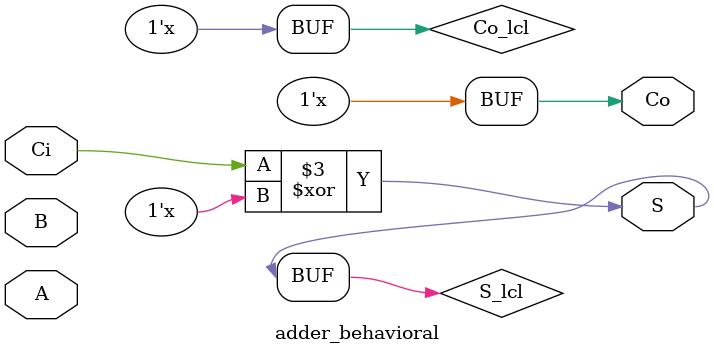
<source format=v>

`timescale 1 ns / 1 ns

module adder_behavioral
       (
         input A, B, Ci,
         output S, Co
       );

reg ABsum;
reg ABcarry, Ccarry;

reg S_lcl, Co_lcl;

assign S = S_lcl;
assign Co = Co_lcl;

// Compute the sum
always @( * ) begin
  ABsum <= #10 A ^ B;
  S_lcl <= #10 Ci ^ ABsum;
end

// Compute the ripple-carry
always @( * ) begin
  Ccarry <= #10 ABsum & Ci;
  ABcarry <= #10 A & B;
  Co_lcl <= #10 Ccarry | ABcarry;
end

endmodule


</source>
